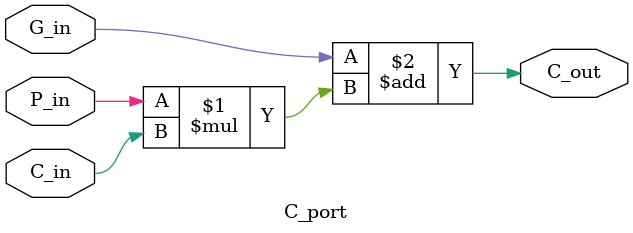
<source format=v>
`timescale 1ns/1ns

module lca_4(
	input		[3:0]       A_in  ,
	input	    [3:0]		B_in  ,
    input                   C_1   ,
 
 	output	 wire			CO    ,
	output   wire [3:0]	    S
	);
    
	wire [3:0] G;
	wire [3:0] P;
	wire [4:0] C;

	assign C[0] = C_1;
    assign CO = C[4];
	
	G_port instg0 (A_in[0], B_in[0], G[0]);
	G_port instg1 (A_in[1], B_in[1], G[1]);
	G_port instg2 (A_in[2], B_in[2], G[2]);
	G_port instg3 (A_in[3], B_in[3], G[3]);

	P_port instp0 (A_in[0], B_in[0], P[0]);
	P_port instp1 (A_in[1], B_in[1], P[1]);
	P_port instp2 (A_in[2], B_in[2], P[2]);
	P_port instp3 (A_in[3], B_in[3], P[3]);

	S_port insts0 (P[0], C[0], S[0]);
	S_port insts1 (P[1], C[1], S[1]);
	S_port insts2 (P[2], C[2], S[2]);
	S_port insts3 (P[3], C[3], S[3]);

	C_port instc0 (G[0], P[0], C[0], C[1]);
	C_port instc1 (G[1], P[1], C[1], C[2]);
	C_port instc2 (G[2], P[2], C[2], C[3]);
	C_port instc3 (G[3], P[3], C[3], C[4]);
endmodule

module G_port(
	input A_in,
	input B_in,

	output G_out
); 
	assign G_out = A_in * B_in;
endmodule

module P_port(
	input A_in,
	input B_in,

	output P_out
);
	assign P_out = A_in ^ B_in;
endmodule

module S_port (
	input P_in,
	input C_in,

	output S_out
);
	assign S_out = P_in ^ C_in;
endmodule

module C_port (
	input G_in,
	input P_in,
	input C_in,

	output C_out
);
	assign C_out = G_in + P_in * C_in;
endmodule
</source>
